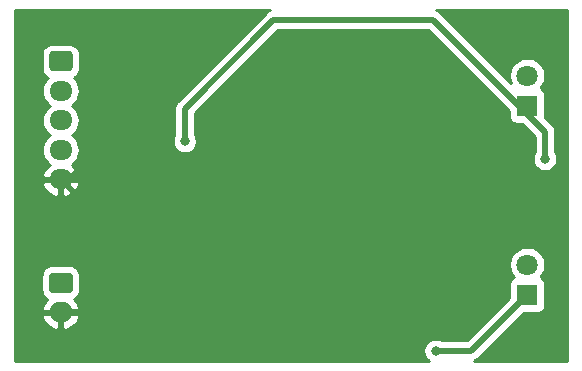
<source format=gbr>
%TF.GenerationSoftware,KiCad,Pcbnew,(6.0.4)*%
%TF.CreationDate,2022-04-25T12:40:36+02:00*%
%TF.ProjectId,switchpcb,73776974-6368-4706-9362-2e6b69636164,rev?*%
%TF.SameCoordinates,Original*%
%TF.FileFunction,Copper,L1,Top*%
%TF.FilePolarity,Positive*%
%FSLAX46Y46*%
G04 Gerber Fmt 4.6, Leading zero omitted, Abs format (unit mm)*
G04 Created by KiCad (PCBNEW (6.0.4)) date 2022-04-25 12:40:36*
%MOMM*%
%LPD*%
G01*
G04 APERTURE LIST*
G04 Aperture macros list*
%AMRoundRect*
0 Rectangle with rounded corners*
0 $1 Rounding radius*
0 $2 $3 $4 $5 $6 $7 $8 $9 X,Y pos of 4 corners*
0 Add a 4 corners polygon primitive as box body*
4,1,4,$2,$3,$4,$5,$6,$7,$8,$9,$2,$3,0*
0 Add four circle primitives for the rounded corners*
1,1,$1+$1,$2,$3*
1,1,$1+$1,$4,$5*
1,1,$1+$1,$6,$7*
1,1,$1+$1,$8,$9*
0 Add four rect primitives between the rounded corners*
20,1,$1+$1,$2,$3,$4,$5,0*
20,1,$1+$1,$4,$5,$6,$7,0*
20,1,$1+$1,$6,$7,$8,$9,0*
20,1,$1+$1,$8,$9,$2,$3,0*%
G04 Aperture macros list end*
%TA.AperFunction,ComponentPad*%
%ADD10R,1.800000X1.800000*%
%TD*%
%TA.AperFunction,ComponentPad*%
%ADD11C,1.800000*%
%TD*%
%TA.AperFunction,ComponentPad*%
%ADD12RoundRect,0.250000X-0.750000X0.600000X-0.750000X-0.600000X0.750000X-0.600000X0.750000X0.600000X0*%
%TD*%
%TA.AperFunction,ComponentPad*%
%ADD13O,2.000000X1.700000*%
%TD*%
%TA.AperFunction,ComponentPad*%
%ADD14RoundRect,0.250000X-0.725000X0.600000X-0.725000X-0.600000X0.725000X-0.600000X0.725000X0.600000X0*%
%TD*%
%TA.AperFunction,ComponentPad*%
%ADD15O,1.950000X1.700000*%
%TD*%
%TA.AperFunction,WasherPad*%
%ADD16C,18.000000*%
%TD*%
%TA.AperFunction,ViaPad*%
%ADD17C,0.800000*%
%TD*%
%TA.AperFunction,Conductor*%
%ADD18C,0.500000*%
%TD*%
%TA.AperFunction,Conductor*%
%ADD19C,0.254000*%
%TD*%
G04 APERTURE END LIST*
D10*
%TO.P,D1,1*%
%TO.N,Net-(D1-Pad1)*%
X69000000Y-107750000D03*
D11*
%TO.P,D1,2*%
%TO.N,Net-(D1-Pad2)*%
X69000000Y-105210000D03*
%TD*%
D10*
%TO.P,D2,1*%
%TO.N,Net-(D2-Pad1)*%
X69000000Y-123750000D03*
D11*
%TO.P,D2,2*%
%TO.N,Net-(D2-Pad2)*%
X69000000Y-121210000D03*
%TD*%
D12*
%TO.P,J2,1*%
%TO.N,/SW*%
X29500000Y-122750000D03*
D13*
%TO.P,J2,2*%
%TO.N,GND*%
X29500000Y-125250000D03*
%TD*%
D14*
%TO.P,J1,1*%
%TO.N,+3V3*%
X29500000Y-104000000D03*
D15*
%TO.P,J1,2*%
%TO.N,/SW*%
X29500000Y-106500000D03*
%TO.P,J1,3*%
%TO.N,/On*%
X29500000Y-109000000D03*
%TO.P,J1,4*%
%TO.N,/StompMode*%
X29500000Y-111500000D03*
%TO.P,J1,5*%
%TO.N,GND*%
X29500000Y-114000000D03*
%TD*%
D16*
%TO.P,Swtich,*%
%TO.N,*%
X54000000Y-114500000D03*
%TD*%
D17*
%TO.N,Net-(D1-Pad1)*%
X70500000Y-112250000D03*
X40000000Y-110750000D03*
%TO.N,Net-(D2-Pad1)*%
X61250000Y-128500000D03*
%TO.N,GND*%
X40500000Y-103750000D03*
X39500000Y-114500000D03*
%TD*%
D18*
%TO.N,Net-(D1-Pad1)*%
X40000000Y-110750000D02*
X40000000Y-108000000D01*
X70500000Y-110000000D02*
X70500000Y-112250000D01*
X47500000Y-100500000D02*
X61000000Y-100500000D01*
X40000000Y-108000000D02*
X47500000Y-100500000D01*
X61000000Y-100500000D02*
X70500000Y-110000000D01*
%TO.N,Net-(D2-Pad1)*%
X64250000Y-128500000D02*
X69000000Y-123750000D01*
X61250000Y-128500000D02*
X64250000Y-128500000D01*
%TO.N,GND*%
X29500000Y-125250000D02*
X31250000Y-125250000D01*
X31250000Y-125250000D02*
X32000000Y-124500000D01*
X29500000Y-114000000D02*
X30250000Y-114000000D01*
X32000000Y-116500000D02*
X29500000Y-114000000D01*
X30250000Y-114000000D02*
X40500000Y-103750000D01*
X32000000Y-124500000D02*
X32000000Y-116500000D01*
X39000000Y-114000000D02*
X39500000Y-114500000D01*
X29500000Y-114000000D02*
X39000000Y-114000000D01*
%TD*%
%TO.N,GND*%
D19*
X47159687Y-99678411D02*
X47005941Y-99760589D01*
X46904953Y-99843468D01*
X46904951Y-99843470D01*
X46871183Y-99871183D01*
X46843470Y-99904951D01*
X39404952Y-107343470D01*
X39371184Y-107371183D01*
X39343471Y-107404951D01*
X39343468Y-107404954D01*
X39260590Y-107505941D01*
X39178412Y-107659687D01*
X39127805Y-107826510D01*
X39110719Y-108000000D01*
X39115001Y-108043479D01*
X39115000Y-110211545D01*
X39082795Y-110259744D01*
X39004774Y-110448102D01*
X38965000Y-110648061D01*
X38965000Y-110851939D01*
X39004774Y-111051898D01*
X39082795Y-111240256D01*
X39196063Y-111409774D01*
X39340226Y-111553937D01*
X39509744Y-111667205D01*
X39698102Y-111745226D01*
X39898061Y-111785000D01*
X40101939Y-111785000D01*
X40301898Y-111745226D01*
X40490256Y-111667205D01*
X40659774Y-111553937D01*
X40803937Y-111409774D01*
X40917205Y-111240256D01*
X40995226Y-111051898D01*
X41035000Y-110851939D01*
X41035000Y-110648061D01*
X40995226Y-110448102D01*
X40917205Y-110259744D01*
X40885000Y-110211546D01*
X40885000Y-108366578D01*
X47866579Y-101385000D01*
X60633422Y-101385000D01*
X67461928Y-108213507D01*
X67461928Y-108650000D01*
X67474188Y-108774482D01*
X67510498Y-108894180D01*
X67569463Y-109004494D01*
X67648815Y-109101185D01*
X67745506Y-109180537D01*
X67855820Y-109239502D01*
X67975518Y-109275812D01*
X68100000Y-109288072D01*
X68536493Y-109288072D01*
X69615000Y-110366579D01*
X69615001Y-111711545D01*
X69582795Y-111759744D01*
X69504774Y-111948102D01*
X69465000Y-112148061D01*
X69465000Y-112351939D01*
X69504774Y-112551898D01*
X69582795Y-112740256D01*
X69696063Y-112909774D01*
X69840226Y-113053937D01*
X70009744Y-113167205D01*
X70198102Y-113245226D01*
X70398061Y-113285000D01*
X70601939Y-113285000D01*
X70801898Y-113245226D01*
X70990256Y-113167205D01*
X71159774Y-113053937D01*
X71303937Y-112909774D01*
X71417205Y-112740256D01*
X71495226Y-112551898D01*
X71535000Y-112351939D01*
X71535000Y-112148061D01*
X71495226Y-111948102D01*
X71417205Y-111759744D01*
X71385000Y-111711546D01*
X71385000Y-110043469D01*
X71389281Y-110000000D01*
X71385000Y-109956531D01*
X71385000Y-109956523D01*
X71372195Y-109826510D01*
X71321589Y-109659687D01*
X71239411Y-109505941D01*
X71128817Y-109371183D01*
X71095051Y-109343472D01*
X70525834Y-108774255D01*
X70538072Y-108650000D01*
X70538072Y-106850000D01*
X70525812Y-106725518D01*
X70489502Y-106605820D01*
X70430537Y-106495506D01*
X70351185Y-106398815D01*
X70254494Y-106319463D01*
X70144180Y-106260498D01*
X70125873Y-106254944D01*
X70192312Y-106188505D01*
X70360299Y-105937095D01*
X70476011Y-105657743D01*
X70535000Y-105361184D01*
X70535000Y-105058816D01*
X70476011Y-104762257D01*
X70360299Y-104482905D01*
X70192312Y-104231495D01*
X69978505Y-104017688D01*
X69727095Y-103849701D01*
X69447743Y-103733989D01*
X69151184Y-103675000D01*
X68848816Y-103675000D01*
X68552257Y-103733989D01*
X68272905Y-103849701D01*
X68021495Y-104017688D01*
X67807688Y-104231495D01*
X67639701Y-104482905D01*
X67523989Y-104762257D01*
X67465000Y-105058816D01*
X67465000Y-105361184D01*
X67523989Y-105657743D01*
X67605072Y-105853493D01*
X61656534Y-99904956D01*
X61628817Y-99871183D01*
X61494059Y-99760589D01*
X61340313Y-99678411D01*
X61279621Y-99660000D01*
X72340000Y-99660000D01*
X72340001Y-129340000D01*
X64529621Y-129340000D01*
X64590313Y-129321589D01*
X64744059Y-129239411D01*
X64878817Y-129128817D01*
X64906534Y-129095044D01*
X68713507Y-125288072D01*
X69900000Y-125288072D01*
X70024482Y-125275812D01*
X70144180Y-125239502D01*
X70254494Y-125180537D01*
X70351185Y-125101185D01*
X70430537Y-125004494D01*
X70489502Y-124894180D01*
X70525812Y-124774482D01*
X70538072Y-124650000D01*
X70538072Y-122850000D01*
X70525812Y-122725518D01*
X70489502Y-122605820D01*
X70430537Y-122495506D01*
X70351185Y-122398815D01*
X70254494Y-122319463D01*
X70144180Y-122260498D01*
X70125873Y-122254944D01*
X70192312Y-122188505D01*
X70360299Y-121937095D01*
X70476011Y-121657743D01*
X70535000Y-121361184D01*
X70535000Y-121058816D01*
X70476011Y-120762257D01*
X70360299Y-120482905D01*
X70192312Y-120231495D01*
X69978505Y-120017688D01*
X69727095Y-119849701D01*
X69447743Y-119733989D01*
X69151184Y-119675000D01*
X68848816Y-119675000D01*
X68552257Y-119733989D01*
X68272905Y-119849701D01*
X68021495Y-120017688D01*
X67807688Y-120231495D01*
X67639701Y-120482905D01*
X67523989Y-120762257D01*
X67465000Y-121058816D01*
X67465000Y-121361184D01*
X67523989Y-121657743D01*
X67639701Y-121937095D01*
X67807688Y-122188505D01*
X67874127Y-122254944D01*
X67855820Y-122260498D01*
X67745506Y-122319463D01*
X67648815Y-122398815D01*
X67569463Y-122495506D01*
X67510498Y-122605820D01*
X67474188Y-122725518D01*
X67461928Y-122850000D01*
X67461928Y-124036493D01*
X63883422Y-127615000D01*
X61788454Y-127615000D01*
X61740256Y-127582795D01*
X61551898Y-127504774D01*
X61351939Y-127465000D01*
X61148061Y-127465000D01*
X60948102Y-127504774D01*
X60759744Y-127582795D01*
X60590226Y-127696063D01*
X60446063Y-127840226D01*
X60332795Y-128009744D01*
X60254774Y-128198102D01*
X60215000Y-128398061D01*
X60215000Y-128601939D01*
X60254774Y-128801898D01*
X60332795Y-128990256D01*
X60446063Y-129159774D01*
X60590226Y-129303937D01*
X60644198Y-129340000D01*
X25660000Y-129340000D01*
X25660000Y-125606890D01*
X27908524Y-125606890D01*
X27910446Y-125619261D01*
X28010146Y-125893009D01*
X28161336Y-126142046D01*
X28358205Y-126356802D01*
X28593188Y-126529025D01*
X28857255Y-126652096D01*
X29140258Y-126721285D01*
X29373000Y-126577232D01*
X29373000Y-125377000D01*
X29627000Y-125377000D01*
X29627000Y-126577232D01*
X29859742Y-126721285D01*
X30142745Y-126652096D01*
X30406812Y-126529025D01*
X30641795Y-126356802D01*
X30838664Y-126142046D01*
X30989854Y-125893009D01*
X31089554Y-125619261D01*
X31091476Y-125606890D01*
X30970155Y-125377000D01*
X29627000Y-125377000D01*
X29373000Y-125377000D01*
X28029845Y-125377000D01*
X27908524Y-125606890D01*
X25660000Y-125606890D01*
X25660000Y-122150000D01*
X27861928Y-122150000D01*
X27861928Y-123350000D01*
X27878992Y-123523254D01*
X27929528Y-123689850D01*
X28011595Y-123843386D01*
X28122038Y-123977962D01*
X28256614Y-124088405D01*
X28358593Y-124142914D01*
X28358205Y-124143198D01*
X28161336Y-124357954D01*
X28010146Y-124606991D01*
X27910446Y-124880739D01*
X27908524Y-124893110D01*
X28029845Y-125123000D01*
X29373000Y-125123000D01*
X29373000Y-125103000D01*
X29627000Y-125103000D01*
X29627000Y-125123000D01*
X30970155Y-125123000D01*
X31091476Y-124893110D01*
X31089554Y-124880739D01*
X30989854Y-124606991D01*
X30838664Y-124357954D01*
X30641795Y-124143198D01*
X30641407Y-124142914D01*
X30743386Y-124088405D01*
X30877962Y-123977962D01*
X30988405Y-123843386D01*
X31070472Y-123689850D01*
X31121008Y-123523254D01*
X31138072Y-123350000D01*
X31138072Y-122150000D01*
X31121008Y-121976746D01*
X31070472Y-121810150D01*
X30988405Y-121656614D01*
X30877962Y-121522038D01*
X30743386Y-121411595D01*
X30589850Y-121329528D01*
X30423254Y-121278992D01*
X30250000Y-121261928D01*
X28750000Y-121261928D01*
X28576746Y-121278992D01*
X28410150Y-121329528D01*
X28256614Y-121411595D01*
X28122038Y-121522038D01*
X28011595Y-121656614D01*
X27929528Y-121810150D01*
X27878992Y-121976746D01*
X27861928Y-122150000D01*
X25660000Y-122150000D01*
X25660000Y-114356890D01*
X27933524Y-114356890D01*
X28025648Y-114619858D01*
X28172504Y-114871193D01*
X28365571Y-115089049D01*
X28597430Y-115265053D01*
X28859170Y-115392442D01*
X29140733Y-115466320D01*
X29373000Y-115326165D01*
X29373000Y-114127000D01*
X29627000Y-114127000D01*
X29627000Y-115326165D01*
X29859267Y-115466320D01*
X30140830Y-115392442D01*
X30402570Y-115265053D01*
X30634429Y-115089049D01*
X30827496Y-114871193D01*
X30974352Y-114619858D01*
X31066476Y-114356890D01*
X30945155Y-114127000D01*
X29627000Y-114127000D01*
X29373000Y-114127000D01*
X28054845Y-114127000D01*
X27933524Y-114356890D01*
X25660000Y-114356890D01*
X25660000Y-113936664D01*
X46842134Y-113936664D01*
X46842134Y-115063336D01*
X47018384Y-116176138D01*
X47366545Y-117247667D01*
X47878044Y-118251540D01*
X48540285Y-119163037D01*
X49336963Y-119959715D01*
X50248460Y-120621956D01*
X51252333Y-121133455D01*
X52323862Y-121481616D01*
X53436664Y-121657866D01*
X54563336Y-121657866D01*
X55676138Y-121481616D01*
X56747667Y-121133455D01*
X57751540Y-120621956D01*
X58663037Y-119959715D01*
X59459715Y-119163037D01*
X60121956Y-118251540D01*
X60633455Y-117247667D01*
X60981616Y-116176138D01*
X61157866Y-115063336D01*
X61157866Y-113936664D01*
X60981616Y-112823862D01*
X60633455Y-111752333D01*
X60121956Y-110748460D01*
X59459715Y-109836963D01*
X58663037Y-109040285D01*
X57751540Y-108378044D01*
X56747667Y-107866545D01*
X55676138Y-107518384D01*
X54563336Y-107342134D01*
X53436664Y-107342134D01*
X52323862Y-107518384D01*
X51252333Y-107866545D01*
X50248460Y-108378044D01*
X49336963Y-109040285D01*
X48540285Y-109836963D01*
X47878044Y-110748460D01*
X47366545Y-111752333D01*
X47018384Y-112823862D01*
X46842134Y-113936664D01*
X25660000Y-113936664D01*
X25660000Y-106500000D01*
X27882815Y-106500000D01*
X27911487Y-106791111D01*
X27996401Y-107071034D01*
X28134294Y-107329014D01*
X28319866Y-107555134D01*
X28545986Y-107740706D01*
X28563374Y-107750000D01*
X28545986Y-107759294D01*
X28319866Y-107944866D01*
X28134294Y-108170986D01*
X27996401Y-108428966D01*
X27911487Y-108708889D01*
X27882815Y-109000000D01*
X27911487Y-109291111D01*
X27996401Y-109571034D01*
X28134294Y-109829014D01*
X28319866Y-110055134D01*
X28545986Y-110240706D01*
X28563374Y-110250000D01*
X28545986Y-110259294D01*
X28319866Y-110444866D01*
X28134294Y-110670986D01*
X27996401Y-110928966D01*
X27911487Y-111208889D01*
X27882815Y-111500000D01*
X27911487Y-111791111D01*
X27996401Y-112071034D01*
X28134294Y-112329014D01*
X28319866Y-112555134D01*
X28545986Y-112740706D01*
X28571722Y-112754462D01*
X28365571Y-112910951D01*
X28172504Y-113128807D01*
X28025648Y-113380142D01*
X27933524Y-113643110D01*
X28054845Y-113873000D01*
X29373000Y-113873000D01*
X29373000Y-113853000D01*
X29627000Y-113853000D01*
X29627000Y-113873000D01*
X30945155Y-113873000D01*
X31066476Y-113643110D01*
X30974352Y-113380142D01*
X30827496Y-113128807D01*
X30634429Y-112910951D01*
X30428278Y-112754462D01*
X30454014Y-112740706D01*
X30680134Y-112555134D01*
X30865706Y-112329014D01*
X31003599Y-112071034D01*
X31088513Y-111791111D01*
X31117185Y-111500000D01*
X31088513Y-111208889D01*
X31003599Y-110928966D01*
X30865706Y-110670986D01*
X30680134Y-110444866D01*
X30454014Y-110259294D01*
X30436626Y-110250000D01*
X30454014Y-110240706D01*
X30680134Y-110055134D01*
X30865706Y-109829014D01*
X31003599Y-109571034D01*
X31088513Y-109291111D01*
X31117185Y-109000000D01*
X31088513Y-108708889D01*
X31003599Y-108428966D01*
X30865706Y-108170986D01*
X30680134Y-107944866D01*
X30454014Y-107759294D01*
X30436626Y-107750000D01*
X30454014Y-107740706D01*
X30680134Y-107555134D01*
X30865706Y-107329014D01*
X31003599Y-107071034D01*
X31088513Y-106791111D01*
X31117185Y-106500000D01*
X31088513Y-106208889D01*
X31003599Y-105928966D01*
X30865706Y-105670986D01*
X30680134Y-105444866D01*
X30616663Y-105392777D01*
X30718386Y-105338405D01*
X30852962Y-105227962D01*
X30963405Y-105093386D01*
X31045472Y-104939850D01*
X31096008Y-104773254D01*
X31113072Y-104600000D01*
X31113072Y-103400000D01*
X31096008Y-103226746D01*
X31045472Y-103060150D01*
X30963405Y-102906614D01*
X30852962Y-102772038D01*
X30718386Y-102661595D01*
X30564850Y-102579528D01*
X30398254Y-102528992D01*
X30225000Y-102511928D01*
X28775000Y-102511928D01*
X28601746Y-102528992D01*
X28435150Y-102579528D01*
X28281614Y-102661595D01*
X28147038Y-102772038D01*
X28036595Y-102906614D01*
X27954528Y-103060150D01*
X27903992Y-103226746D01*
X27886928Y-103400000D01*
X27886928Y-104600000D01*
X27903992Y-104773254D01*
X27954528Y-104939850D01*
X28036595Y-105093386D01*
X28147038Y-105227962D01*
X28281614Y-105338405D01*
X28383337Y-105392777D01*
X28319866Y-105444866D01*
X28134294Y-105670986D01*
X27996401Y-105928966D01*
X27911487Y-106208889D01*
X27882815Y-106500000D01*
X25660000Y-106500000D01*
X25660000Y-99660000D01*
X47220379Y-99660000D01*
X47159687Y-99678411D01*
X47159687Y-99678411D02*
X47220379Y-99660000D01*
%TA.AperFunction,Conductor*%
G36*
X47159687Y-99678411D02*
G01*
X47005941Y-99760589D01*
X46904953Y-99843468D01*
X46904951Y-99843470D01*
X46871183Y-99871183D01*
X46843470Y-99904951D01*
X39404952Y-107343470D01*
X39371184Y-107371183D01*
X39343471Y-107404951D01*
X39343468Y-107404954D01*
X39260590Y-107505941D01*
X39178412Y-107659687D01*
X39127805Y-107826510D01*
X39110719Y-108000000D01*
X39115001Y-108043479D01*
X39115000Y-110211545D01*
X39082795Y-110259744D01*
X39004774Y-110448102D01*
X38965000Y-110648061D01*
X38965000Y-110851939D01*
X39004774Y-111051898D01*
X39082795Y-111240256D01*
X39196063Y-111409774D01*
X39340226Y-111553937D01*
X39509744Y-111667205D01*
X39698102Y-111745226D01*
X39898061Y-111785000D01*
X40101939Y-111785000D01*
X40301898Y-111745226D01*
X40490256Y-111667205D01*
X40659774Y-111553937D01*
X40803937Y-111409774D01*
X40917205Y-111240256D01*
X40995226Y-111051898D01*
X41035000Y-110851939D01*
X41035000Y-110648061D01*
X40995226Y-110448102D01*
X40917205Y-110259744D01*
X40885000Y-110211546D01*
X40885000Y-108366578D01*
X47866579Y-101385000D01*
X60633422Y-101385000D01*
X67461928Y-108213507D01*
X67461928Y-108650000D01*
X67474188Y-108774482D01*
X67510498Y-108894180D01*
X67569463Y-109004494D01*
X67648815Y-109101185D01*
X67745506Y-109180537D01*
X67855820Y-109239502D01*
X67975518Y-109275812D01*
X68100000Y-109288072D01*
X68536493Y-109288072D01*
X69615000Y-110366579D01*
X69615001Y-111711545D01*
X69582795Y-111759744D01*
X69504774Y-111948102D01*
X69465000Y-112148061D01*
X69465000Y-112351939D01*
X69504774Y-112551898D01*
X69582795Y-112740256D01*
X69696063Y-112909774D01*
X69840226Y-113053937D01*
X70009744Y-113167205D01*
X70198102Y-113245226D01*
X70398061Y-113285000D01*
X70601939Y-113285000D01*
X70801898Y-113245226D01*
X70990256Y-113167205D01*
X71159774Y-113053937D01*
X71303937Y-112909774D01*
X71417205Y-112740256D01*
X71495226Y-112551898D01*
X71535000Y-112351939D01*
X71535000Y-112148061D01*
X71495226Y-111948102D01*
X71417205Y-111759744D01*
X71385000Y-111711546D01*
X71385000Y-110043469D01*
X71389281Y-110000000D01*
X71385000Y-109956531D01*
X71385000Y-109956523D01*
X71372195Y-109826510D01*
X71321589Y-109659687D01*
X71239411Y-109505941D01*
X71128817Y-109371183D01*
X71095051Y-109343472D01*
X70525834Y-108774255D01*
X70538072Y-108650000D01*
X70538072Y-106850000D01*
X70525812Y-106725518D01*
X70489502Y-106605820D01*
X70430537Y-106495506D01*
X70351185Y-106398815D01*
X70254494Y-106319463D01*
X70144180Y-106260498D01*
X70125873Y-106254944D01*
X70192312Y-106188505D01*
X70360299Y-105937095D01*
X70476011Y-105657743D01*
X70535000Y-105361184D01*
X70535000Y-105058816D01*
X70476011Y-104762257D01*
X70360299Y-104482905D01*
X70192312Y-104231495D01*
X69978505Y-104017688D01*
X69727095Y-103849701D01*
X69447743Y-103733989D01*
X69151184Y-103675000D01*
X68848816Y-103675000D01*
X68552257Y-103733989D01*
X68272905Y-103849701D01*
X68021495Y-104017688D01*
X67807688Y-104231495D01*
X67639701Y-104482905D01*
X67523989Y-104762257D01*
X67465000Y-105058816D01*
X67465000Y-105361184D01*
X67523989Y-105657743D01*
X67605072Y-105853493D01*
X61656534Y-99904956D01*
X61628817Y-99871183D01*
X61494059Y-99760589D01*
X61340313Y-99678411D01*
X61279621Y-99660000D01*
X72340000Y-99660000D01*
X72340001Y-129340000D01*
X64529621Y-129340000D01*
X64590313Y-129321589D01*
X64744059Y-129239411D01*
X64878817Y-129128817D01*
X64906534Y-129095044D01*
X68713507Y-125288072D01*
X69900000Y-125288072D01*
X70024482Y-125275812D01*
X70144180Y-125239502D01*
X70254494Y-125180537D01*
X70351185Y-125101185D01*
X70430537Y-125004494D01*
X70489502Y-124894180D01*
X70525812Y-124774482D01*
X70538072Y-124650000D01*
X70538072Y-122850000D01*
X70525812Y-122725518D01*
X70489502Y-122605820D01*
X70430537Y-122495506D01*
X70351185Y-122398815D01*
X70254494Y-122319463D01*
X70144180Y-122260498D01*
X70125873Y-122254944D01*
X70192312Y-122188505D01*
X70360299Y-121937095D01*
X70476011Y-121657743D01*
X70535000Y-121361184D01*
X70535000Y-121058816D01*
X70476011Y-120762257D01*
X70360299Y-120482905D01*
X70192312Y-120231495D01*
X69978505Y-120017688D01*
X69727095Y-119849701D01*
X69447743Y-119733989D01*
X69151184Y-119675000D01*
X68848816Y-119675000D01*
X68552257Y-119733989D01*
X68272905Y-119849701D01*
X68021495Y-120017688D01*
X67807688Y-120231495D01*
X67639701Y-120482905D01*
X67523989Y-120762257D01*
X67465000Y-121058816D01*
X67465000Y-121361184D01*
X67523989Y-121657743D01*
X67639701Y-121937095D01*
X67807688Y-122188505D01*
X67874127Y-122254944D01*
X67855820Y-122260498D01*
X67745506Y-122319463D01*
X67648815Y-122398815D01*
X67569463Y-122495506D01*
X67510498Y-122605820D01*
X67474188Y-122725518D01*
X67461928Y-122850000D01*
X67461928Y-124036493D01*
X63883422Y-127615000D01*
X61788454Y-127615000D01*
X61740256Y-127582795D01*
X61551898Y-127504774D01*
X61351939Y-127465000D01*
X61148061Y-127465000D01*
X60948102Y-127504774D01*
X60759744Y-127582795D01*
X60590226Y-127696063D01*
X60446063Y-127840226D01*
X60332795Y-128009744D01*
X60254774Y-128198102D01*
X60215000Y-128398061D01*
X60215000Y-128601939D01*
X60254774Y-128801898D01*
X60332795Y-128990256D01*
X60446063Y-129159774D01*
X60590226Y-129303937D01*
X60644198Y-129340000D01*
X25660000Y-129340000D01*
X25660000Y-125606890D01*
X27908524Y-125606890D01*
X27910446Y-125619261D01*
X28010146Y-125893009D01*
X28161336Y-126142046D01*
X28358205Y-126356802D01*
X28593188Y-126529025D01*
X28857255Y-126652096D01*
X29140258Y-126721285D01*
X29373000Y-126577232D01*
X29373000Y-125377000D01*
X29627000Y-125377000D01*
X29627000Y-126577232D01*
X29859742Y-126721285D01*
X30142745Y-126652096D01*
X30406812Y-126529025D01*
X30641795Y-126356802D01*
X30838664Y-126142046D01*
X30989854Y-125893009D01*
X31089554Y-125619261D01*
X31091476Y-125606890D01*
X30970155Y-125377000D01*
X29627000Y-125377000D01*
X29373000Y-125377000D01*
X28029845Y-125377000D01*
X27908524Y-125606890D01*
X25660000Y-125606890D01*
X25660000Y-122150000D01*
X27861928Y-122150000D01*
X27861928Y-123350000D01*
X27878992Y-123523254D01*
X27929528Y-123689850D01*
X28011595Y-123843386D01*
X28122038Y-123977962D01*
X28256614Y-124088405D01*
X28358593Y-124142914D01*
X28358205Y-124143198D01*
X28161336Y-124357954D01*
X28010146Y-124606991D01*
X27910446Y-124880739D01*
X27908524Y-124893110D01*
X28029845Y-125123000D01*
X29373000Y-125123000D01*
X29373000Y-125103000D01*
X29627000Y-125103000D01*
X29627000Y-125123000D01*
X30970155Y-125123000D01*
X31091476Y-124893110D01*
X31089554Y-124880739D01*
X30989854Y-124606991D01*
X30838664Y-124357954D01*
X30641795Y-124143198D01*
X30641407Y-124142914D01*
X30743386Y-124088405D01*
X30877962Y-123977962D01*
X30988405Y-123843386D01*
X31070472Y-123689850D01*
X31121008Y-123523254D01*
X31138072Y-123350000D01*
X31138072Y-122150000D01*
X31121008Y-121976746D01*
X31070472Y-121810150D01*
X30988405Y-121656614D01*
X30877962Y-121522038D01*
X30743386Y-121411595D01*
X30589850Y-121329528D01*
X30423254Y-121278992D01*
X30250000Y-121261928D01*
X28750000Y-121261928D01*
X28576746Y-121278992D01*
X28410150Y-121329528D01*
X28256614Y-121411595D01*
X28122038Y-121522038D01*
X28011595Y-121656614D01*
X27929528Y-121810150D01*
X27878992Y-121976746D01*
X27861928Y-122150000D01*
X25660000Y-122150000D01*
X25660000Y-114356890D01*
X27933524Y-114356890D01*
X28025648Y-114619858D01*
X28172504Y-114871193D01*
X28365571Y-115089049D01*
X28597430Y-115265053D01*
X28859170Y-115392442D01*
X29140733Y-115466320D01*
X29373000Y-115326165D01*
X29373000Y-114127000D01*
X29627000Y-114127000D01*
X29627000Y-115326165D01*
X29859267Y-115466320D01*
X30140830Y-115392442D01*
X30402570Y-115265053D01*
X30634429Y-115089049D01*
X30827496Y-114871193D01*
X30974352Y-114619858D01*
X31066476Y-114356890D01*
X30945155Y-114127000D01*
X29627000Y-114127000D01*
X29373000Y-114127000D01*
X28054845Y-114127000D01*
X27933524Y-114356890D01*
X25660000Y-114356890D01*
X25660000Y-113936664D01*
X46842134Y-113936664D01*
X46842134Y-115063336D01*
X47018384Y-116176138D01*
X47366545Y-117247667D01*
X47878044Y-118251540D01*
X48540285Y-119163037D01*
X49336963Y-119959715D01*
X50248460Y-120621956D01*
X51252333Y-121133455D01*
X52323862Y-121481616D01*
X53436664Y-121657866D01*
X54563336Y-121657866D01*
X55676138Y-121481616D01*
X56747667Y-121133455D01*
X57751540Y-120621956D01*
X58663037Y-119959715D01*
X59459715Y-119163037D01*
X60121956Y-118251540D01*
X60633455Y-117247667D01*
X60981616Y-116176138D01*
X61157866Y-115063336D01*
X61157866Y-113936664D01*
X60981616Y-112823862D01*
X60633455Y-111752333D01*
X60121956Y-110748460D01*
X59459715Y-109836963D01*
X58663037Y-109040285D01*
X57751540Y-108378044D01*
X56747667Y-107866545D01*
X55676138Y-107518384D01*
X54563336Y-107342134D01*
X53436664Y-107342134D01*
X52323862Y-107518384D01*
X51252333Y-107866545D01*
X50248460Y-108378044D01*
X49336963Y-109040285D01*
X48540285Y-109836963D01*
X47878044Y-110748460D01*
X47366545Y-111752333D01*
X47018384Y-112823862D01*
X46842134Y-113936664D01*
X25660000Y-113936664D01*
X25660000Y-106500000D01*
X27882815Y-106500000D01*
X27911487Y-106791111D01*
X27996401Y-107071034D01*
X28134294Y-107329014D01*
X28319866Y-107555134D01*
X28545986Y-107740706D01*
X28563374Y-107750000D01*
X28545986Y-107759294D01*
X28319866Y-107944866D01*
X28134294Y-108170986D01*
X27996401Y-108428966D01*
X27911487Y-108708889D01*
X27882815Y-109000000D01*
X27911487Y-109291111D01*
X27996401Y-109571034D01*
X28134294Y-109829014D01*
X28319866Y-110055134D01*
X28545986Y-110240706D01*
X28563374Y-110250000D01*
X28545986Y-110259294D01*
X28319866Y-110444866D01*
X28134294Y-110670986D01*
X27996401Y-110928966D01*
X27911487Y-111208889D01*
X27882815Y-111500000D01*
X27911487Y-111791111D01*
X27996401Y-112071034D01*
X28134294Y-112329014D01*
X28319866Y-112555134D01*
X28545986Y-112740706D01*
X28571722Y-112754462D01*
X28365571Y-112910951D01*
X28172504Y-113128807D01*
X28025648Y-113380142D01*
X27933524Y-113643110D01*
X28054845Y-113873000D01*
X29373000Y-113873000D01*
X29373000Y-113853000D01*
X29627000Y-113853000D01*
X29627000Y-113873000D01*
X30945155Y-113873000D01*
X31066476Y-113643110D01*
X30974352Y-113380142D01*
X30827496Y-113128807D01*
X30634429Y-112910951D01*
X30428278Y-112754462D01*
X30454014Y-112740706D01*
X30680134Y-112555134D01*
X30865706Y-112329014D01*
X31003599Y-112071034D01*
X31088513Y-111791111D01*
X31117185Y-111500000D01*
X31088513Y-111208889D01*
X31003599Y-110928966D01*
X30865706Y-110670986D01*
X30680134Y-110444866D01*
X30454014Y-110259294D01*
X30436626Y-110250000D01*
X30454014Y-110240706D01*
X30680134Y-110055134D01*
X30865706Y-109829014D01*
X31003599Y-109571034D01*
X31088513Y-109291111D01*
X31117185Y-109000000D01*
X31088513Y-108708889D01*
X31003599Y-108428966D01*
X30865706Y-108170986D01*
X30680134Y-107944866D01*
X30454014Y-107759294D01*
X30436626Y-107750000D01*
X30454014Y-107740706D01*
X30680134Y-107555134D01*
X30865706Y-107329014D01*
X31003599Y-107071034D01*
X31088513Y-106791111D01*
X31117185Y-106500000D01*
X31088513Y-106208889D01*
X31003599Y-105928966D01*
X30865706Y-105670986D01*
X30680134Y-105444866D01*
X30616663Y-105392777D01*
X30718386Y-105338405D01*
X30852962Y-105227962D01*
X30963405Y-105093386D01*
X31045472Y-104939850D01*
X31096008Y-104773254D01*
X31113072Y-104600000D01*
X31113072Y-103400000D01*
X31096008Y-103226746D01*
X31045472Y-103060150D01*
X30963405Y-102906614D01*
X30852962Y-102772038D01*
X30718386Y-102661595D01*
X30564850Y-102579528D01*
X30398254Y-102528992D01*
X30225000Y-102511928D01*
X28775000Y-102511928D01*
X28601746Y-102528992D01*
X28435150Y-102579528D01*
X28281614Y-102661595D01*
X28147038Y-102772038D01*
X28036595Y-102906614D01*
X27954528Y-103060150D01*
X27903992Y-103226746D01*
X27886928Y-103400000D01*
X27886928Y-104600000D01*
X27903992Y-104773254D01*
X27954528Y-104939850D01*
X28036595Y-105093386D01*
X28147038Y-105227962D01*
X28281614Y-105338405D01*
X28383337Y-105392777D01*
X28319866Y-105444866D01*
X28134294Y-105670986D01*
X27996401Y-105928966D01*
X27911487Y-106208889D01*
X27882815Y-106500000D01*
X25660000Y-106500000D01*
X25660000Y-99660000D01*
X47220379Y-99660000D01*
X47159687Y-99678411D01*
G37*
%TD.AperFunction*%
%TD*%
M02*

</source>
